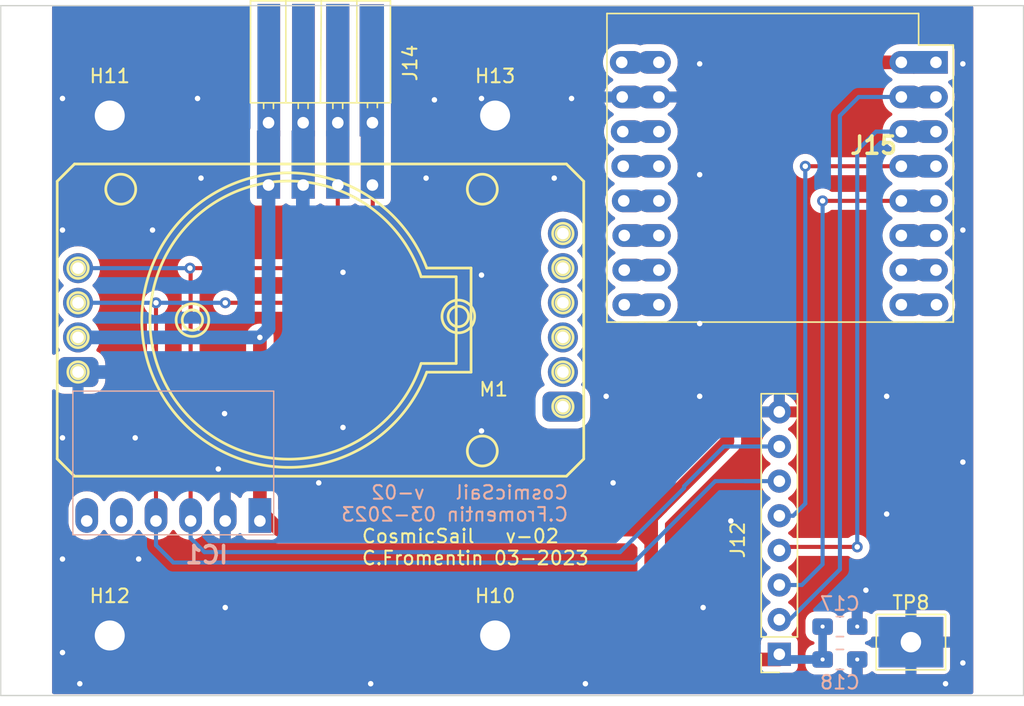
<source format=kicad_pcb>
(kicad_pcb (version 20221018) (generator pcbnew)
  (title_block (date "2023-04-17") (rev "V3"))
  (layers (0 "F.Cu" signal) (31 "B.Cu" signal) (34 "B.Paste" user) (35 "F.Paste" user) (36 "B.SilkS" user "B.Silkscreen") (37 "F.SilkS" user "F.Silkscreen") (38 "B.Mask" user) (39 "F.Mask" user) (44 "Edge.Cuts" user))
  (net 0 "")
  (net 9 "GND2")
  (net 10 "3.3V-2")
  (net 11 "SCL-2")
  (net 12 "SDA-2")
  (net 13 "SCK-2")
  (net 14 "MISO-2")
  (net 15 "SDSSPIN-2")
  (net 16 "MOSI-2")
  (footprint "COMPOSANT_CF:TestPoint_THTPad_4.75x3.7mm_Drill1.5mm" (layer "F.Cu") (at 198.641004 142.954925)
    (fp_text reference "TP8" (at 0 -2.898) (layer "F.SilkS"))
    (fp_text value "GND2")
    (fp_line (start -2.54 -2.032) (end 2.54 -2.032) (stroke (width 0.12)) (layer "F.SilkS"))
    (fp_line (start -2.54 2.032) (end -2.54 -2.032) (stroke (width 0.12)) (layer "F.SilkS"))
    (fp_line (start 2.54 -2.032) (end 2.54 2.032) (stroke (width 0.12)) (layer "F.SilkS"))
    (fp_line (start 2.54 2.032) (end -2.54 2.032) (stroke (width 0.12)) (layer "F.SilkS"))
    (pad "1" thru_hole rect (at 0 0) (size 4.75 3.7) (drill 1.5) (layers "*.Cu" "*.Mask") (net 9 "GND2"))
  )
  (footprint "MountingHole:MountingHole_2.2mm_M2_DIN965_Pad_TopBottom" (layer "F.Cu") (at 139.878004 142.464125)
    (fp_text reference "H12" (at 0 -2.9) (layer "F.SilkS"))
    (fp_text value "RTC")
    (pad "1" thru_hole circle (at 0 0) (size 2.6 2.6) (drill 2.2) (layers "*.Cu" "*.Mask") (net 9 "GND2"))
    (pad "1" connect circle (at 0 0) (size 3.8 3.8) (layers "F.Cu" "F.Mask") (net 9 "GND2"))
    (pad "1" connect circle (at 0 0) (size 3.8 3.8) (layers "B.Cu" "B.Mask") (net 9 "GND2"))
  )
  (footprint "MountingHole:MountingHole_2.2mm_M2_DIN965_Pad_TopBottom" (layer "F.Cu") (at 168.143004 142.464125)
    (fp_text reference "H10" (at 0 -2.9) (layer "F.SilkS"))
    (fp_text value "RTC")
    (pad "1" thru_hole circle (at 0 0) (size 2.6 2.6) (drill 2.2) (layers "*.Cu" "*.Mask") (net 9 "GND2"))
    (pad "1" connect circle (at 0 0) (size 3.8 3.8) (layers "F.Cu" "F.Mask") (net 9 "GND2"))
    (pad "1" connect circle (at 0 0) (size 3.8 3.8) (layers "B.Cu" "B.Mask") (net 9 "GND2"))
  )
  (footprint "COMPOSANT_CF:SD-CARD_AZ" (layer "F.Cu") (at 200.477204 100.427125 180)
    (fp_text reference "J15" (at 4.572 -6.096) (layer "F.SilkS") (effects (font (size 1.27 1.27) (thickness 0.254))))
    (fp_text value "Micro_SD_Card" hide)
    (fp_line (start -1.27 -19.05) (end -1.27 1.27) (stroke (width 0.12)) (layer "F.SilkS"))
    (fp_line (start -1.27 -19.05) (end 24.13 -19.05) (stroke (width 0.12)) (layer "F.SilkS"))
    (fp_line (start -1.27 1.27) (end -1.27 -19.05) (stroke (width 0.12)) (layer "F.SilkS"))
    (fp_line (start -1.27 1.27) (end 1.27 1.27) (stroke (width 0.12)) (layer "F.SilkS"))
    (fp_line (start 1.27 1.27) (end 1.27 3.5814) (stroke (width 0.12)) (layer "F.SilkS"))
    (fp_line (start 1.27 3.5814) (end 24.13 3.5814) (stroke (width 0.12)) (layer "F.SilkS"))
    (fp_line (start 24.13 -19.05) (end 24.13 3.5814) (stroke (width 0.12)) (layer "F.SilkS"))
    (pad "" thru_hole oval (at -0.0375 -17.78 90) (size 1.665 2.54) (drill 0.85 (offset 0 -0.4)) (layers "*.Cu" "*.Mask"))
    (pad "" thru_hole oval (at 0 -15.24 90) (size 1.665 2.54) (drill 0.85 (offset 0 -0.4)) (layers "*.Cu" "*.Mask"))
    (pad "" thru_hole oval (at 0 -12.7 90) (size 1.665 2.54) (drill 0.85 (offset 0 -0.4)) (layers "*.Cu" "*.Mask"))
    (pad "" thru_hole oval (at 2.54 -17.78 270) (size 1.665 2.54) (drill 0.85 (offset 0 -0.4)) (layers "*.Cu" "*.Mask"))
    (pad "" thru_hole oval (at 2.54 -15.24 270) (size 1.665 2.54) (drill 0.85 (offset 0 -0.4)) (layers "*.Cu" "*.Mask"))
    (pad "" thru_hole oval (at 2.54 -12.7 270) (size 1.665 2.54) (drill 0.85 (offset 0 -0.4)) (layers "*.Cu" "*.Mask"))
    (pad "" thru_hole oval (at 20.32 -17.78 90) (size 1.665 2.54) (drill 0.85 (offset 0 -0.4)) (layers "*.Cu" "*.Mask"))
    (pad "" thru_hole oval (at 20.32 -15.24 90) (size 1.665 2.54) (drill 0.85 (offset 0 -0.4)) (layers "*.Cu" "*.Mask"))
    (pad "" thru_hole oval (at 20.32 -12.7 90) (size 1.665 2.54) (drill 0.85 (offset 0 -0.4)) (layers "*.Cu" "*.Mask"))
    (pad "" thru_hole oval (at 20.32 -10.16 90) (size 1.665 2.54) (drill 0.85 (offset 0 -0.4)) (layers "*.Cu" "*.Mask"))
    (pad "" thru_hole oval (at 20.32 -7.62 90) (size 1.665 2.54) (drill 0.85 (offset 0 -0.4)) (layers "*.Cu" "*.Mask"))
    (pad "" thru_hole oval (at 20.32 -5.08 90) (size 1.665 2.54) (drill 0.85 (offset 0 -0.4)) (layers "*.Cu" "*.Mask"))
    (pad "" thru_hole oval (at 20.32 0 90) (size 1.665 2.54) (drill 0.85 (offset 0 -0.4)) (layers "*.Cu" "*.Mask"))
    (pad "" thru_hole oval (at 22.86 -17.78 270) (size 1.665 2.54) (drill 0.85 (offset 0 -0.4)) (layers "*.Cu" "*.Mask"))
    (pad "" thru_hole oval (at 22.86 -15.24 270) (size 1.665 2.54) (drill 0.85 (offset 0 -0.4)) (layers "*.Cu" "*.Mask"))
    (pad "" thru_hole oval (at 22.86 -12.7 270) (size 1.665 2.54) (drill 0.85 (offset 0 -0.4)) (layers "*.Cu" "*.Mask"))
    (pad "" thru_hole oval (at 22.8975 -10.16 270) (size 1.665 2.54) (drill 0.85 (offset 0 -0.4)) (layers "*.Cu" "*.Mask"))
    (pad "" thru_hole oval (at 22.935 -7.62 270) (size 1.665 2.54) (drill 0.85 (offset 0 -0.4)) (layers "*.Cu" "*.Mask"))
    (pad "" thru_hole oval (at 22.9725 -5.08 270) (size 1.665 2.54) (drill 0.85 (offset 0 -0.4)) (layers "*.Cu" "*.Mask"))
    (pad "" thru_hole oval (at 23.0475 0 270) (size 1.665 2.54) (drill 0.85 (offset 0 -0.4)) (layers "*.Cu" "*.Mask"))
    (pad "1" thru_hole oval (at 20.32 -2.54 90) (size 1.665 2.54) (drill 0.85 (offset 0 -0.4)) (layers "*.Cu" "*.Mask") (net 9 "GND2"))
    (pad "1" thru_hole oval (at 23.01 -2.54 270) (size 1.665 2.54) (drill 0.85 (offset 0 -0.4)) (layers "*.Cu" "*.Mask") (net 9 "GND2"))
    (pad "2" thru_hole rect (at 0 0 90) (size 1.665 2.54) (drill 0.85 (offset 0 -0.4)) (layers "*.Cu" "*.Mask") (net 10 "3.3V-2"))
    (pad "2" thru_hole oval (at 2.54 0 270) (size 1.665 2.54) (drill 0.85 (offset 0 -0.4)) (layers "*.Cu" "*.Mask") (net 10 "3.3V-2"))
    (pad "5" thru_hole oval (at 0 -10.16 90) (size 1.665 2.54) (drill 0.85 (offset 0 -0.4)) (layers "*.Cu" "*.Mask") (net 13 "SCK-2"))
    (pad "5" thru_hole oval (at 2.54 -10.16 270) (size 1.665 2.54) (drill 0.85 (offset 0 -0.4)) (layers "*.Cu" "*.Mask") (net 13 "SCK-2"))
    (pad "6" thru_hole oval (at 0 -7.62 90) (size 1.665 2.54) (drill 0.85 (offset 0 -0.4)) (layers "*.Cu" "*.Mask") (net 14 "MISO-2"))
    (pad "6" thru_hole oval (at 2.54 -7.62 270) (size 1.665 2.54) (drill 0.85 (offset 0 -0.4)) (layers "*.Cu" "*.Mask") (net 14 "MISO-2"))
    (pad "7" thru_hole oval (at 0 -5.08 90) (size 1.665 2.54) (drill 0.85 (offset 0 -0.4)) (layers "*.Cu" "*.Mask") (net 16 "MOSI-2"))
    (pad "7" thru_hole oval (at 2.54 -5.08 270) (size 1.665 2.54) (drill 0.85 (offset 0 -0.4)) (layers "*.Cu" "*.Mask") (net 16 "MOSI-2"))
    (pad "8" thru_hole oval (at 0 -2.54 90) (size 1.665 2.54) (drill 0.85 (offset 0 -0.4)) (layers "*.Cu" "*.Mask") (net 15 "SDSSPIN-2"))
    (pad "8" thru_hole oval (at 2.54 -2.54 270) (size 1.665 2.54) (drill 0.85 (offset 0 -0.4)) (layers "*.Cu" "*.Mask") (net 15 "SDSSPIN-2"))
  )
  (footprint "COMPOSANT_CF:OLED_PCB" (layer "F.Cu") (at 159.144004 104.854925 -90)
    (fp_text reference "J14" (at -4.38 -2.77 90) (layer "F.SilkS"))
    (fp_text value "Oled")
    (fp_line (start -8.9408 -1.3208) (end -8.9408 8.9408) (stroke (width 0.12)) (layer "F.SilkS"))
    (fp_line (start -8.9408 -1.3208) (end -1.46 -1.33) (stroke (width 0.12)) (layer "F.SilkS"))
    (fp_line (start -8.9408 8.9408) (end -1.46 8.95) (stroke (width 0.12)) (layer "F.SilkS"))
    (fp_line (start -8.9154 1.143) (end -1.46 1.1519) (stroke (width 0.12)) (layer "F.SilkS"))
    (fp_line (start -8.9154 6.35) (end -1.46 6.35) (stroke (width 0.12)) (layer "F.SilkS"))
    (fp_line (start -8.89 3.75) (end -1.46 3.81) (stroke (width 0.12)) (layer "F.SilkS"))
    (fp_line (start -1.46 -1.33) (end -1.46 8.95) (stroke (width 0.12)) (layer "F.SilkS"))
    (fp_line (start -1.46 -0.36) (end -1.11 -0.36) (stroke (width 0.12)) (layer "F.SilkS"))
    (fp_line (start -1.46 0.36) (end -1.11 0.36) (stroke (width 0.12)) (layer "F.SilkS"))
    (fp_line (start -1.46 2.18) (end -1.05 2.18) (stroke (width 0.12)) (layer "F.SilkS"))
    (fp_line (start -1.46 2.9) (end -1.05 2.9) (stroke (width 0.12)) (layer "F.SilkS"))
    (fp_line (start -1.46 4.72) (end -1.05 4.72) (stroke (width 0.12)) (layer "F.SilkS"))
    (fp_line (start -1.46 5.44) (end -1.05 5.44) (stroke (width 0.12)) (layer "F.SilkS"))
    (fp_line (start -1.46 7.26) (end -1.05 7.26) (stroke (width 0.12)) (layer "F.SilkS"))
    (fp_line (start -1.46 7.98) (end -1.05 7.98) (stroke (width 0.12)) (layer "F.SilkS"))
    (pad "1" thru_hole rect (at 0 0 270) (size 9.6868 1.7898) (drill 0.85 (offset -3.8434 0.0449)) (layers "*.Cu" "*.Mask") (net 12 "SDA-2"))
    (pad "1" thru_hole rect (at 4.572 0 90) (size 5 1.7) (drill 0.85 (offset 1.5 0)) (layers "*.Cu" "*.Mask") (net 12 "SDA-2"))
    (pad "2" thru_hole rect (at 0 2.54 270) (size 9.7122 1.7) (drill 0.85 (offset -3.8561 0)) (layers "*.Cu" "*.Mask") (net 11 "SCL-2"))
    (pad "2" thru_hole rect (at 4.572 2.54 90) (size 5 1.7) (drill 0.85 (offset 1.5 0)) (layers "*.Cu" "*.Mask") (net 11 "SCL-2"))
    (pad "3" thru_hole rect (at 0 5.08 270) (size 9.7122 1.6628) (drill 0.85 (offset -3.8561 -0.0186)) (layers "*.Cu" "*.Mask") (net 9 "GND2"))
    (pad "3" thru_hole rect (at 4.572 5.08 90) (size 5 1.7) (drill 0.85 (offset 1.5 0)) (layers "*.Cu" "*.Mask") (net 9 "GND2"))
    (pad "4" thru_hole rect (at 0 7.62 270) (size 9.7122 1.6628) (drill 0.85 (offset -3.8561 -0.0186)) (layers "*.Cu" "*.Mask") (net 10 "3.3V-2"))
    (pad "4" thru_hole rect (at 4.572 7.62 90) (size 5 1.7) (drill 0.85 (offset 1.5 0)) (layers "*.Cu" "*.Mask") (net 10 "3.3V-2"))
  )
  (footprint "MountingHole:MountingHole_2.2mm_M2_DIN965_Pad_TopBottom" (layer "F.Cu") (at 139.878004 104.331125)
    (fp_text reference "H11" (at 0 -2.9) (layer "F.SilkS"))
    (fp_text value "RTC")
    (pad "1" thru_hole circle (at 0 0) (size 2.6 2.6) (drill 2.2) (layers "*.Cu" "*.Mask") (net 9 "GND2"))
    (pad "1" connect circle (at 0 0) (size 3.8 3.8) (layers "F.Cu" "F.Mask") (net 9 "GND2"))
    (pad "1" connect circle (at 0 0) (size 3.8 3.8) (layers "B.Cu" "B.Mask") (net 9 "GND2"))
  )
  (footprint "MountingHole:MountingHole_2.2mm_M2_DIN965_Pad_TopBottom" (layer "F.Cu") (at 168.143004 104.331125)
    (fp_text reference "H13" (at 0 -2.9) (layer "F.SilkS"))
    (fp_text value "ESP")
    (pad "1" thru_hole circle (at 0 0) (size 2.6 2.6) (drill 2.2) (layers "*.Cu" "*.Mask") (net 9 "GND2"))
    (pad "1" connect circle (at 0 0) (size 3.8 3.8) (layers "F.Cu" "F.Mask") (net 9 "GND2"))
    (pad "1" connect circle (at 0 0) (size 3.8 3.8) (layers "B.Cu" "B.Mask") (net 9 "GND2"))
  )
  (footprint "COMPOSANT_CF:REG_DS3231_2023" (layer "F.Cu") (at 173.114004 125.682925 180)
    (fp_text reference "M1" (at 5.08 1.27) (layer "F.SilkS"))
    (fp_text value "DS3231")
    (fp_line (start -1.53 -3.83) (end -0.26 -5.1) (stroke (width 0.2)) (layer "F.SilkS"))
    (fp_line (start -1.529999 16.529999) (end -1.529999 -3.83) (stroke (width 0.2)) (layer "F.SilkS"))
    (fp_line (start -1.529999 16.529999) (end -0.259999 17.799999) (stroke (width 0.2)) (layer "F.SilkS"))
    (fp_line (start -0.26 -5.1) (end 35.82 -5.1) (stroke (width 0.2)) (layer "F.SilkS"))
    (fp_line (start -0.259999 17.8) (end 35.82 17.8) (stroke (width 0.2)) (layer "F.SilkS"))
    (fp_line (start 6.73502 2.53) (end 6.73502 10.17) (stroke (width 0.2)) (layer "F.SilkS"))
    (fp_line (start 6.73502 2.53) (end 9.985921 2.53) (stroke (width 0.2)) (layer "F.SilkS"))
    (fp_line (start 6.73502 10.17) (end 9.985921 10.17) (stroke (width 0.2)) (layer "F.SilkS"))
    (fp_line (start 7.824622 3.17) (end 7.824622 9.530001) (stroke (width 0.2)) (layer "F.SilkS"))
    (fp_line (start 7.824622 9.53) (end 10.396157 9.53) (stroke (width 0.2)) (layer "F.SilkS"))
    (fp_line (start 10.396157 3.17) (end 7.824622 3.17) (stroke (width 0.2)) (layer "F.SilkS"))
    (fp_line (start 35.82 17.799999) (end 37.09 16.529999) (stroke (width 0.2)) (layer "F.SilkS"))
    (fp_line (start 37.09 -3.83) (end 35.82 -5.1) (stroke (width 0.2)) (layer "F.SilkS"))
    (fp_line (start 37.09 16.529999) (end 37.09 -3.83) (stroke (width 0.2)) (layer "F.SilkS"))
    (fp_arc (start 9.985921 2.53) (mid 30.887778 6.35) (end 9.985921 10.17) (stroke (width 0.2)) (layer "F.SilkS"))
    (fp_arc (start 10.396157 3.17) (mid 30.287778 6.35) (end 10.396157 9.53) (stroke (width 0.2)) (layer "F.SilkS"))
    (fp_circle (center 0 0) (end 0.499999 0) (stroke (width 0.2)) (fill none) (layer "F.SilkS"))
    (fp_circle (center 0 0) (end 0.749999 0) (stroke (width 0.2)) (fill none) (layer "F.SilkS"))
    (fp_circle (center 0 2.54) (end 0.5 2.54) (stroke (width 0.2)) (fill none) (layer "F.SilkS"))
    (fp_circle (center 0 2.54) (end 0.75 2.54) (stroke (width 0.2)) (fill none) (layer "F.SilkS"))
    (fp_circle (center 0 5.08) (end 0.5 5.08) (stroke (width 0.2)) (fill none) (layer "F.SilkS"))
    (fp_circle (center 0 5.08) (end 0.75 5.08) (stroke (width 0.2)) (fill none) (layer "F.SilkS"))
    (fp_circle (center 0 7.62) (end 0.5 7.62) (stroke (width 0.2)) (fill none) (layer "F.SilkS"))
    (fp_circle (center 0 7.62) (end 0.75 7.62) (stroke (width 0.2)) (fill none) (layer "F.SilkS"))
    (fp_circle (center 0 10.16) (end 0.5 10.16) (stroke (width 0.2)) (fill none) (layer "F.SilkS"))
    (fp_circle (center 0 10.16) (end 0.75 10.16) (stroke (width 0.2)) (fill none) (layer "F.SilkS"))
    (fp_circle (center 0 12.7) (end 0.499999 12.7) (stroke (width 0.2)) (fill none) (layer "F.SilkS"))
    (fp_circle (center 0 12.7) (end 0.749999 12.7) (stroke (width 0.2)) (fill none) (layer "F.SilkS"))
    (fp_circle (center 5.909999 15.949999) (end 7.009999 15.949999) (stroke (width 0.2)) (fill none) (layer "F.SilkS"))
    (fp_circle (center 5.91 -3.25) (end 7.01 -3.25) (stroke (width 0.2)) (fill none) (layer "F.SilkS"))
    (fp_circle (center 7.669867 6.616196) (end 8.419867 6.616196) (stroke (width 0.2)) (fill none) (layer "F.SilkS"))
    (fp_circle (center 7.669867 6.616196) (end 8.869867 6.616196) (stroke (width 0.2)) (fill none) (layer "F.SilkS"))
    (fp_circle (center 27.170028 6.350164) (end 27.920028 6.350164) (stroke (width 0.2)) (fill none) (layer "F.SilkS"))
    (fp_circle (center 27.170028 6.350164) (end 28.370028 6.350164) (stroke (width 0.2)) (fill none) (layer "F.SilkS"))
    (fp_circle (center 32.43 15.95) (end 33.53 15.95) (stroke (width 0.2)) (fill none) (layer "F.SilkS"))
    (fp_circle (center 35.56 2.54) (end 36.06 2.54) (stroke (width 0.2)) (fill none) (layer "F.SilkS"))
    (fp_circle (center 35.56 2.54) (end 36.31 2.54) (stroke (width 0.2)) (fill none) (layer "F.SilkS"))
    (fp_circle (center 35.56 5.08) (end 36.06 5.08) (stroke (width 0.2)) (fill none) (layer "F.SilkS"))
    (fp_circle (center 35.56 5.08) (end 36.31 5.08) (stroke (width 0.2)) (fill none) (layer "F.SilkS"))
    (fp_circle (center 35.56 7.62) (end 36.06 7.62) (stroke (width 0.2)) (fill none) (layer "F.SilkS"))
    (fp_circle (center 35.56 7.62) (end 36.31 7.62) (stroke (width 0.2)) (fill none) (layer "F.SilkS"))
    (fp_circle (center 35.56 10.16) (end 36.06 10.16) (stroke (width 0.2)) (fill none) (layer "F.SilkS"))
    (fp_circle (center 35.56 10.16) (end 36.31 10.16) (stroke (width 0.2)) (fill none) (layer "F.SilkS"))
    (pad "1" thru_hole roundrect (at 0 0 180) (size 3 2.2) (drill 0.85) (layers "*.Cu" "*.Mask"))
    (pad "2" thru_hole circle (at 0 2.54 180) (size 2.2 2.2) (drill 0.85) (layers "*.Cu" "*.Mask"))
    (pad "3" thru_hole circle (at 0 5.08 180) (size 2.2 2.2) (drill 0.85) (layers "*.Cu" "*.Mask"))
    (pad "4" thru_hole circle (at 0 7.62 180) (size 2.2 2.2) (drill 0.85) (layers "*.Cu" "*.Mask"))
    (pad "5" thru_hole circle (at 0 10.16 180) (size 2.2 2.2) (drill 0.85) (layers "*.Cu" "*.Mask"))
    (pad "6" thru_hole circle (at 0 12.7 180) (size 2.2 2.2) (drill 0.85) (layers "*.Cu" "*.Mask"))
    (pad "7" thru_hole circle (at 35.56 10.16 180) (size 2.2 2.2) (drill 0.85) (layers "*.Cu" "*.Mask") (net 11 "SCL-2"))
    (pad "8" thru_hole circle (at 35.56 7.62 180) (size 2.2 2.2) (drill 0.85) (layers "*.Cu" "*.Mask") (net 12 "SDA-2"))
    (pad "9" thru_hole circle (at 35.56 5.08 180) (size 2.2 2.2) (drill 0.85) (layers "*.Cu" "*.Mask") (net 10 "3.3V-2"))
    (pad "10" thru_hole roundrect (at 35.56 2.54 180) (size 3 2.2) (drill 0.85) (layers "*.Cu" "*.Mask") (net 9 "GND2"))
  )
  (footprint "Connector_PinSocket_2.54mm:PinSocket_1x08_P2.54mm_Vertical" (layer "F.Cu") (at 188.989004 143.843925 180)
    (fp_text reference "J12" (at 3.048 8.382 90) (layer "F.SilkS"))
    (fp_text value "Conn_01x08_Socket")
    (fp_line (start -1.33 1.27) (end -1.33 19.11) (stroke (width 0.12)) (layer "F.SilkS"))
    (fp_line (start -1.33 1.27) (end 1.33 1.27) (stroke (width 0.12)) (layer "F.SilkS"))
    (fp_line (start -1.33 19.11) (end 1.33 19.11) (stroke (width 0.12)) (layer "F.SilkS"))
    (fp_line (start 0 -1.33) (end 1.33 -1.33) (stroke (width 0.12)) (layer "F.SilkS"))
    (fp_line (start 1.33 -1.33) (end 1.33 0) (stroke (width 0.12)) (layer "F.SilkS"))
    (fp_line (start 1.33 1.27) (end 1.33 19.11) (stroke (width 0.12)) (layer "F.SilkS"))
    (pad "1" thru_hole rect (at 0 0 180) (size 1.7 1.7) (drill 0.85) (layers "*.Cu" "*.Mask") (net 10 "3.3V-2"))
    (pad "2" thru_hole oval (at 0 2.54 180) (size 1.7 1.7) (drill 0.85) (layers "*.Cu" "*.Mask") (net 15 "SDSSPIN-2"))
    (pad "3" thru_hole oval (at 0 5.08 180) (size 1.7 1.7) (drill 0.85) (layers "*.Cu" "*.Mask") (net 13 "SCK-2"))
    (pad "4" thru_hole oval (at 0 7.62 180) (size 1.7 1.7) (drill 0.85) (layers "*.Cu" "*.Mask") (net 16 "MOSI-2"))
    (pad "5" thru_hole oval (at 0 10.16 180) (size 1.7 1.7) (drill 0.85) (layers "*.Cu" "*.Mask") (net 14 "MISO-2"))
    (pad "6" thru_hole oval (at 0 12.7 180) (size 1.7 1.7) (drill 0.85) (layers "*.Cu" "*.Mask") (net 12 "SDA-2"))
    (pad "7" thru_hole oval (at 0 15.24 180) (size 1.7 1.7) (drill 0.85) (layers "*.Cu" "*.Mask") (net 11 "SCL-2"))
    (pad "8" thru_hole oval (at 0 17.78 180) (size 1.7 1.7) (drill 0.85) (layers "*.Cu" "*.Mask") (net 9 "GND2"))
  )
  (footprint "COMPOSANT_CF:C_0805_Muons" (layer "B.Cu") (at 193.434004 141.811925 180)
    (fp_text reference "C17" (at 0 1.68) (layer "B.SilkS") (effects (justify mirror)))
    (fp_text value "10µF")
    (fp_line (start -0.261252 -0.735) (end 0.261252 -0.735) (stroke (width 0.12)) (layer "B.SilkS"))
    (fp_line (start -0.261252 0.735) (end 0.261252 0.735) (stroke (width 0.12)) (layer "B.SilkS"))
    (pad "1" thru_hole roundrect (at -1.27 0 90) (size 1.2 1.5) (drill 0.3) (layers "*.Cu" "*.Mask") (roundrect_rratio 0.2127658333) (net 9 "GND2"))
    (pad "2" thru_hole roundrect (at 1.27 0 90) (size 1.2 1.5) (drill 0.3) (layers "*.Cu" "*.Mask") (roundrect_rratio 0.2127658333) (net 10 "3.3V-2"))
  )
  (footprint "COMPOSANT_CF:BMP280_AZ" (layer "B.Cu") (at 150.889004 134.064925 180)
    (fp_text reference "IC1" (at 3.9042 -2.492075) (layer "B.SilkS") (effects (font (size 1.27 1.27) (thickness 0.254)) (justify mirror)))
    (fp_text value "BMP280_AZ" hide)
    (fp_line (start -1.016 -1.016) (end -1.016 9.525) (stroke (width 0.1)) (layer "B.SilkS"))
    (fp_line (start -1.016 9.525) (end 13.716 9.525) (stroke (width 0.1)) (layer "B.SilkS"))
    (fp_line (start 13.716 -1.016) (end -1.016 -1.016) (stroke (width 0.1)) (layer "B.SilkS"))
    (fp_line (start 13.716 9.525) (end 13.716 -1.016) (stroke (width 0.1)) (layer "B.SilkS"))
    (pad "1" thru_hole rect (at 0 0 180) (size 1.665 2.54) (drill 0.85 (offset 0 0.4)) (layers "*.Cu" "*.Mask") (net 10 "3.3V-2"))
    (pad "2" thru_hole oval (at 2.54 0 180) (size 1.665 2.54) (drill 0.85 (offset 0 0.4)) (layers "*.Cu" "*.Mask") (net 9 "GND2"))
    (pad "3" thru_hole oval (at 5.08 0 180) (size 1.665 2.54) (drill 0.85 (offset 0 0.4)) (layers "*.Cu" "*.Mask") (net 11 "SCL-2"))
    (pad "4" thru_hole oval (at 7.62 0 180) (size 1.665 2.54) (drill 0.85 (offset 0 0.4)) (layers "*.Cu" "*.Mask") (net 12 "SDA-2"))
    (pad "5" thru_hole oval (at 10.16 0 180) (size 1.665 2.54) (drill 0.85 (offset 0 0.4)) (layers "*.Cu" "*.Mask"))
    (pad "6" thru_hole oval (at 12.7 0 180) (size 1.665 2.54) (drill 0.85 (offset 0 0.4)) (layers "*.Cu" "*.Mask"))
  )
  (footprint "COMPOSANT_CF:C_0805_Muons" (layer "B.Cu") (at 193.434003 144.224925)
    (fp_text reference "C18" (at 0 1.68) (layer "B.SilkS") (effects (justify mirror)))
    (fp_text value "100nF")
    (fp_line (start -0.261252 -0.735) (end 0.261252 -0.735) (stroke (width 0.12)) (layer "B.SilkS"))
    (fp_line (start -0.261252 0.735) (end 0.261252 0.735) (stroke (width 0.12)) (layer "B.SilkS"))
    (pad "1" thru_hole roundrect (at -1.27 0 270) (size 1.2 1.5) (drill 0.3) (layers "*.Cu" "*.Mask") (roundrect_rratio 0.2127658333) (net 10 "3.3V-2"))
    (pad "2" thru_hole roundrect (at 1.27 0 270) (size 1.2 1.5) (drill 0.3) (layers "*.Cu" "*.Mask") (roundrect_rratio 0.2127658333) (net 9 "GND2"))
  )
  (gr_rect (start 131.878004 96.2694) (end 206.903404 146.8694) (stroke (width 0.1)) (fill none) (layer "Edge.Cuts"))
  (gr_text "CosmicSail   v-02\nC.Fromentin 03-2023" (at 173.589004 134.174925) (layer "B.SilkS") (effects (font (size 1 1)) (justify left bottom mirror)))
  (gr_text "CosmicSail   v-02\nC.Fromentin 03-2023" (at 158.289004 137.374925) (layer "F.SilkS") (effects (font (size 1 1)) (justify left bottom)))
  (segment (start 154.064004 109.426925) (end 154.038604 109.452325) (width 1) (layer "F.Cu") (net 9))
  (via (at 136.411004 143.716925) (size 0.8) (drill 0.4) (layers "F.Cu" "B.Cu") (net 9))
  (via (at 196.863004 124.920925) (size 0.8) (drill 0.4) (layers "F.Cu" "B.Cu") (net 9))
  (via (at 136.411004 112.728925) (size 0.8) (drill 0.4) (layers "F.Cu" "B.Cu") (net 9))
  (via (at 167.145004 103.076925) (size 0.8) (drill 0.4) (layers "F.Cu" "B.Cu") (net 9))
  (via (at 176.289004 124.920925) (size 0.8) (drill 0.4) (layers "F.Cu" "B.Cu") (net 9))
  (via (at 141.999004 136.858925) (size 0.8) (drill 0.4) (layers "F.Cu" "B.Cu") (net 9))
  (via (at 201.181004 146.002925) (size 0.8) (drill 0.4) (layers "F.Cu" "B.Cu") (net 9))
  (via (at 136.411004 136.858925) (size 0.8) (drill 0.4) (layers "F.Cu" "B.Cu") (net 9))
  (via (at 202.451004 129.746925) (size 0.8) (drill 0.4) (layers "F.Cu" "B.Cu") (net 9))
  (via (at 147.841004 130.254925) (size 0.8) (drill 0.4) (layers "F.Cu" "B.Cu") (net 9))
  (via (at 136.411004 103.076925) (size 0.8) (drill 0.4) (layers "F.Cu" "B.Cu") (net 9))
  (via (at 183.401004 140.414925) (size 0.8) (drill 0.4) (layers "F.Cu" "B.Cu") (net 9))
  (via (at 137.681004 146.002925) (size 0.8) (drill 0.4) (layers "F.Cu" "B.Cu") (net 9))
  (via (at 159.017004 146.002925) (size 0.8) (drill 0.4) (layers "F.Cu" "B.Cu") (net 9))
  (via (at 185.433004 134.064925) (size 0.8) (drill 0.4) (layers "F.Cu" "B.Cu") (net 9))
  (via (at 167.145004 127.460925) (size 0.8) (drill 0.4) (layers "F.Cu" "B.Cu") (net 9))
  (via (at 136.411004 127.968925) (size 0.8) (drill 0.4) (layers "F.Cu" "B.Cu") (net 9))
  (via (at 183.147004 100.536925) (size 0.8) (drill 0.4) (layers "F.Cu" "B.Cu") (net 9))
  (via (at 143.015004 112.728925) (size 0.8) (drill 0.4) (layers "F.Cu" "B.Cu") (net 9))
  (via (at 155.207004 131.270925) (size 0.8) (drill 0.4) (layers "F.Cu" "B.Cu") (net 9))
  (via (at 202.451004 100.536925) (size 0.8) (drill 0.4) (layers "F.Cu" "B.Cu") (net 9))
  (via (at 156.985004 115.827725) (size 0.8) (drill 0.4) (layers "F.Cu" "B.Cu") (net 9))
  (via (at 174.765004 146.002925) (size 0.8) (drill 0.4) (layers "F.Cu" "B.Cu") (net 9))
  (via (at 172.479004 108.918925) (size 0.8) (drill 0.4) (layers "F.Cu" "B.Cu") (net 9))
  (via (at 146.317004 103.076925) (size 0.8) (drill 0.4) (layers "F.Cu" "B.Cu") (net 9))
  (via (at 196.863004 133.556925) (size 0.8) (drill 0.4) (layers "F.Cu" "B.Cu") (net 9))
  (via (at 146.571004 108.918925) (size 0.8) (drill 0.4) (layers "F.Cu" "B.Cu") (net 9))
  (via (at 156.985004 127.206925) (size 0.8) (drill 0.4) (layers "F.Cu" "B.Cu") (net 9))
  (via (at 202.451004 144.478925) (size 0.8) (drill 0.4) (layers "F.Cu" "B.Cu") (net 9))
  (via (at 183.147004 108.664925) (size 0.8) (drill 0.4) (layers "F.Cu" "B.Cu") (net 9))
  (via (at 141.745004 127.968925) (size 0.8) (drill 0.4) (layers "F.Cu" "B.Cu") (net 9))
  (via (at 148.349004 140.414925) (size 0.8) (drill 0.4) (layers "F.Cu" "B.Cu") (net 9))
  (via (at 176.797004 131.270925) (size 0.8) (drill 0.4) (layers "F.Cu" "B.Cu") (net 9))
  (via (at 167.145004 116.030925) (size 0.8) (drill 0.4) (layers "F.Cu" "B.Cu") (net 9))
  (via (at 163.081004 108.918925) (size 0.8) (drill 0.4) (layers "F.Cu" "B.Cu") (net 9))
  (via (at 183.147004 119.586925) (size 0.8) (drill 0.4) (layers "F.Cu" "B.Cu") (net 9))
  (via (at 173.749004 103.076925) (size 0.8) (drill 0.4) (layers "F.Cu" "B.Cu") (net 9))
  (via (at 163.690604 103.178525) (size 0.8) (drill 0.4) (layers "F.Cu" "B.Cu") (net 9))
  (via (at 195.339004 139.144925) (size 0.8) (drill 0.4) (layers "F.Cu" "B.Cu") (net 9))
  (via (at 202.451004 112.728925) (size 0.8) (drill 0.4) (layers "F.Cu" "B.Cu") (net 9))
  (via (at 148.298204 126.190925) (size 0.8) (drill 0.4) (layers "F.Cu" "B.Cu") (net 9))
  (via (at 183.147004 124.920925) (size 0.8) (drill 0.4) (layers "F.Cu" "B.Cu") (net 9))
  (segment (start 137.630204 123.142925) (end 151.905004 123.142925) (width 1) (layer "B.Cu") (net 9))
  (segment (start 137.579404 123.092125) (end 137.630204 123.142925) (width 1) (layer "B.Cu") (net 9))
  (segment (start 154.038604 121.009325) (end 154.038604 109.528525) (width 1) (layer "B.Cu") (net 9))
  (segment (start 151.905004 123.142925) (end 154.038604 121.009325) (width 1) (layer "B.Cu") (net 9))
  (segment (start 154.038604 109.528525) (end 154.089404 109.477725) (width 1) (layer "B.Cu") (net 9))
  (segment (start 179.591004 141.430925) (end 182.385004 144.224925) (width 1) (layer "F.Cu") (net 10))
  (segment (start 185.179004 128.222925) (end 180.353004 133.048925) (width 1) (layer "F.Cu") (net 10))
  (segment (start 150.889004 121.618925) (end 150.889004 133.302925) (width 1) (layer "F.Cu") (net 10))
  (segment (start 152.286004 134.699925) (end 178.702004 134.699925) (width 1) (layer "F.Cu") (net 10))
  (segment (start 179.591004 133.810925) (end 179.591004 135.588925) (width 1) (layer "F.Cu") (net 10))
  (segment (start 178.702004 134.699925) (end 179.591004 134.699925) (width 1) (layer "F.Cu") (net 10))
  (segment (start 190.368004 100.427125) (end 185.179004 105.616125) (width 1) (layer "F.Cu") (net 10))
  (segment (start 178.702004 134.699925) (end 180.353004 133.048925) (width 1) (layer "F.Cu") (net 10))
  (segment (start 150.889004 120.602925) (end 150.889004 121.618925) (width 1) (layer "F.Cu") (net 10))
  (segment (start 178.702004 134.699925) (end 179.591004 135.588925) (width 1) (layer "F.Cu") (net 10))
  (segment (start 179.972004 133.429925) (end 179.591004 133.810925) (width 1) (layer "F.Cu") (net 10))
  (segment (start 182.385004 144.224925) (end 188.989004 144.224925) (width 1) (layer "F.Cu") (net 10))
  (segment (start 185.179004 105.616125) (end 185.179004 128.222925) (width 1) (layer "F.Cu") (net 10))
  (segment (start 179.591004 135.588925) (end 179.591004 141.430925) (width 1) (layer "F.Cu") (net 10))
  (segment (start 150.889004 133.302925) (end 152.286004 134.699925) (width 1) (layer "F.Cu") (net 10))
  (segment (start 197.915504 100.427125) (end 190.368004 100.427125) (width 1) (layer "F.Cu") (net 10))
  (segment (start 180.353004 133.048925) (end 179.972004 133.429925) (width 1) (layer "F.Cu") (net 10))
  (via (at 150.889004 120.602925) (size 0.8) (drill 0.4) (layers "F.Cu" "B.Cu") (net 10))
  (segment (start 151.524004 109.426925) (end 151.524004 119.967925) (width 1) (layer "B.Cu") (net 10))
  (segment (start 192.164003 144.224925) (end 189.624004 144.224925) (width 0.635) (layer "B.Cu") (net 10))
  (segment (start 192.164005 141.811925) (end 192.164005 144.097924) (width 0.635) (layer "B.Cu") (net 10))
  (segment (start 192.164005 144.097924) (end 192.037004 144.224925) (width 0.635) (layer "B.Cu") (net 10))
  (segment (start 151.524004 119.967925) (end 150.889004 120.602925) (width 1) (layer "B.Cu") (net 10))
  (segment (start 150.889004 120.602925) (end 137.554004 120.602925) (width 1) (layer "B.Cu") (net 10))
  (segment (start 189.624004 144.224925) (end 188.989004 143.589925) (width 0.635) (layer "B.Cu") (net 10))
  (segment (start 156.604004 113.871925) (end 154.953004 115.522925) (width 0.3) (layer "F.Cu") (net 11))
  (segment (start 145.809004 134.064925) (end 145.809004 115.522925) (width 0.3) (layer "F.Cu") (net 11))
  (segment (start 156.604004 109.426925) (end 156.604004 113.871925) (width 0.3) (layer "F.Cu") (net 11))
  (segment (start 154.953004 115.522925) (end 145.758204 115.522925) (width 0.3) (layer "F.Cu") (net 11))
  (via (at 145.758204 115.522925) (size 0.8) (drill 0.4) (layers "F.Cu" "B.Cu") (net 11))
  (segment (start 145.605804 115.522925) (end 145.555004 115.522925) (width 0.3) (layer "B.Cu") (net 11))
  (segment (start 145.555004 115.522925) (end 137.427004 115.522925) (width 0.3) (layer "B.Cu") (net 11))
  (segment (start 182.004004 131.524925) (end 182.004004 131.651925) (width 0.3) (layer "B.Cu") (net 11))
  (segment (start 184.925004 128.603925) (end 182.004004 131.524925) (width 0.3) (layer "B.Cu") (net 11))
  (segment (start 188.989004 128.603925) (end 187.084004 128.603925) (width 0.3) (layer "B.Cu") (net 11))
  (segment (start 145.809004 135.334925) (end 145.809004 134.064925) (width 0.3) (layer "B.Cu") (net 11))
  (segment (start 146.825004 136.350925) (end 145.809004 135.334925) (width 0.3) (layer "B.Cu") (net 11))
  (segment (start 177.305004 136.350925) (end 146.825004 136.350925) (width 0.3) (layer "B.Cu") (net 11))
  (segment (start 182.004004 131.651925) (end 177.305004 136.350925) (width 0.3) (layer "B.Cu") (net 11))
  (segment (start 145.555004 115.522925) (end 145.758204 115.522925) (width 0.3) (layer "B.Cu") (net 11))
  (segment (start 188.100004 128.603925) (end 184.925004 128.603925) (width 0.3) (layer "B.Cu") (net 11))
  (segment (start 159.169404 116.030925) (end 159.169404 109.680925) (width 0.3) (layer "F.Cu") (net 12))
  (segment (start 143.269004 134.064925) (end 143.269004 118.062925) (width 0.3) (layer "F.Cu") (net 12))
  (segment (start 157.137404 118.062925) (end 159.169404 116.030925) (width 0.3) (layer "F.Cu") (net 12))
  (segment (start 159.169404 109.680925) (end 159.067804 109.579325) (width 0.3) (layer "F.Cu") (net 12))
  (segment (start 148.349004 118.062925) (end 157.137404 118.062925) (width 0.3) (layer "F.Cu") (net 12))
  (via (at 143.269004 118.062925) (size 0.8) (drill 0.4) (layers "F.Cu" "B.Cu") (net 12))
  (via (at 148.349004 118.062925) (size 0.8) (drill 0.4) (layers "F.Cu" "B.Cu") (net 12))
  (segment (start 188.989004 131.143925) (end 186.449004 131.143925) (width 0.3) (layer "B.Cu") (net 12))
  (segment (start 178.321004 137.112925) (end 144.539004 137.112925) (width 0.3) (layer "B.Cu") (net 12))
  (segment (start 144.539004 137.112925) (end 143.269004 135.842925) (width 0.3) (layer "B.Cu") (net 12))
  (segment (start 143.269004 118.062925) (end 148.349004 118.062925) (width 0.3) (layer "B.Cu") (net 12))
  (segment (start 187.465004 131.143925) (end 184.290004 131.143925) (width 0.3) (layer "B.Cu") (net 12))
  (segment (start 143.269004 135.842925) (end 143.269004 134.014125) (width 0.3) (layer "B.Cu") (net 12))
  (segment (start 184.290004 131.143925) (end 178.321004 137.112925) (width 0.3) (layer "B.Cu") (net 12))
  (segment (start 143.269004 118.062925) (end 137.427004 118.062925) (width 0.3) (layer "B.Cu") (net 12))
  (segment (start 192.164004 110.587125) (end 197.988004 110.587125) (width 0.3) (layer "F.Cu") (net 13))
  (via (at 192.164004 110.587125) (size 0.8) (drill 0.4) (layers "F.Cu" "B.Cu") (net 13))
  (segment (start 192.164004 137.239925) (end 190.640004 138.763925) (width 0.3) (layer "B.Cu") (net 13))
  (segment (start 192.164004 110.587125) (end 192.164004 137.239925) (width 0.3) (layer "B.Cu") (net 13))
  (segment (start 190.640004 138.763925) (end 188.989004 138.763925) (width 0.3) (layer "B.Cu") (net 13))
  (segment (start 190.894004 108.047125) (end 197.988004 108.047125) (width 0.3) (layer "F.Cu") (net 14))
  (via (at 190.894004 108.047125) (size 0.8) (drill 0.4) (layers "F.Cu" "B.Cu") (net 14))
  (segment (start 190.894004 108.047125) (end 190.894004 132.794925) (width 0.3) (layer "B.Cu") (net 14))
  (segment (start 190.894004 132.794925) (end 190.005004 133.683925) (width 0.3) (layer "B.Cu") (net 14))
  (segment (start 190.005004 133.683925) (end 188.989004 133.683925) (width 0.3) (layer "B.Cu") (net 14))
  (segment (start 193.434004 104.346125) (end 194.813004 102.967125) (width 0.3) (layer "B.Cu") (net 15))
  (segment (start 188.989004 141.303925) (end 189.751004 141.303925) (width 0.3) (layer "B.Cu") (net 15))
  (segment (start 194.813004 102.967125) (end 197.988004 102.967125) (width 0.3) (layer "B.Cu") (net 15))
  (segment (start 193.434004 137.620925) (end 193.434004 104.346125) (width 0.3) (layer "B.Cu") (net 15))
  (segment (start 189.751004 141.303925) (end 193.434004 137.620925) (width 0.3) (layer "B.Cu") (net 15))
  (segment (start 194.704004 135.969925) (end 189.243004 135.969925) (width 0.3) (layer "F.Cu") (net 16))
  (via (at 194.704004 135.969925) (size 0.8) (drill 0.4) (layers "F.Cu" "B.Cu") (net 16))
  (segment (start 194.704004 135.969925) (end 194.704004 106.886125) (width 0.3) (layer "B.Cu") (net 16))
  (segment (start 194.704004 106.886125) (end 196.083004 105.507125) (width 0.3) (layer "B.Cu") (net 16))
  (segment (start 196.083004 105.507125) (end 197.915504 105.507125) (width 0.3) (layer "B.Cu") (net 16))
  (zone (net 9) (net_name "GND2") (layers "F&B.Cu") (priority 3) (connect_pads (clearance 0.508)) (min_thickness 0.25) (fill yes (thermal_gap 0.5) (thermal_bridge_width 0.8))
    (polygon (pts (xy 135.649004 96.218925) (xy 203.213004 96.218925) (xy 203.213004 146.764925) (xy 135.649004 146.764925)))
  )
)
</source>
